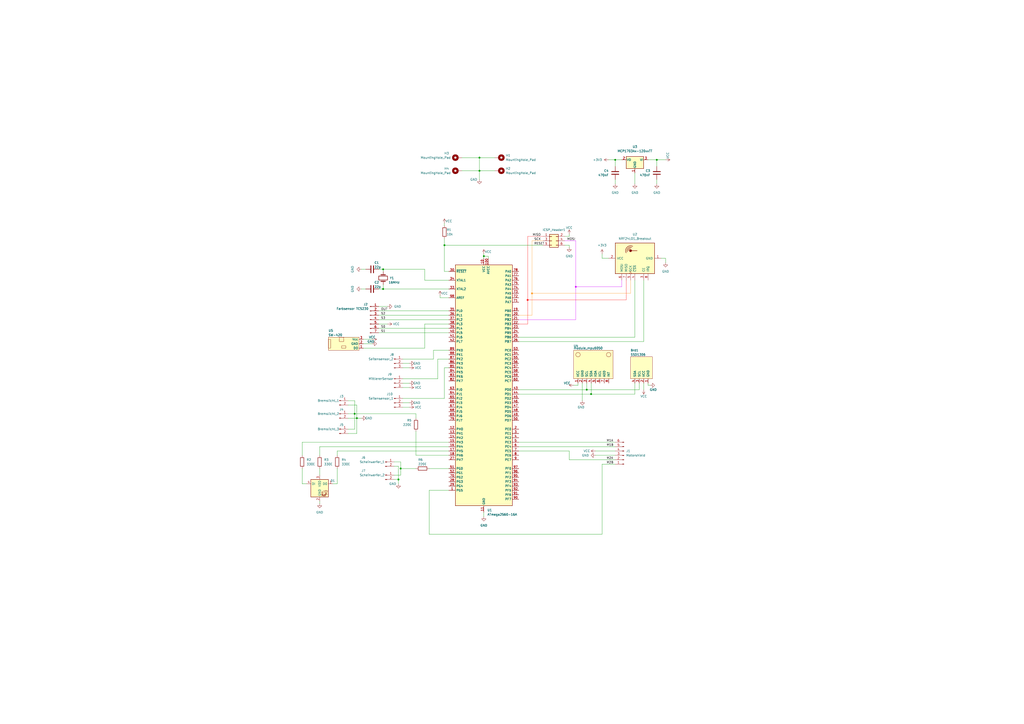
<source format=kicad_sch>
(kicad_sch (version 20211123) (generator eeschema)
  (paper "A2")
  (lib_symbols
    (symbol "Connector:Conn_01x02_Male" (pin_names (offset 1.016) hide)
      (property "Reference" "J" (at 0 2.54 0))
      (property "Value" "Conn_01x02_Male" (at 0 -5.08 0))
      (symbol "Conn_01x02_Male_1_1"
        (polyline (pts (xy 1.27 -2.54) (xy 0.8636 -2.54)) (stroke (width 0.1524)))
        (polyline (pts (xy 1.27 0) (xy 0.8636 0)) (stroke (width 0.1524)))
        (rectangle (start 0.8636 -2.413) (end 0 -2.667) (stroke (width 0.1524)) (fill (type outline)))
        (rectangle (start 0.8636 0.127) (end 0 -0.127) (stroke (width 0.1524)) (fill (type outline)))
        (pin passive line (at 5.08 0 180) (length 3.81) (name "Pin_1") (number "1"))
        (pin passive line (at 5.08 -2.54 180) (length 3.81) (name "Pin_2") (number "2"))
      )
    )
    (symbol "Connector:Conn_01x03_Male" (pin_names (offset 1.016) hide)
      (property "Reference" "J" (at 0 5.08 0))
      (property "Value" "Conn_01x03_Male" (at 0 -5.08 0))
      (symbol "Conn_01x03_Male_1_1"
        (polyline (pts (xy 1.27 -2.54) (xy 0.8636 -2.54)) (stroke (width 0.1524)))
        (polyline (pts (xy 1.27 0) (xy 0.8636 0)) (stroke (width 0.1524)))
        (polyline (pts (xy 1.27 2.54) (xy 0.8636 2.54)) (stroke (width 0.1524)))
        (rectangle (start 0.8636 -2.413) (end 0 -2.667) (stroke (width 0.1524)) (fill (type outline)))
        (rectangle (start 0.8636 0.127) (end 0 -0.127) (stroke (width 0.1524)) (fill (type outline)))
        (rectangle (start 0.8636 2.667) (end 0 2.413) (stroke (width 0.1524)) (fill (type outline)))
        (pin passive line (at 5.08 2.54 180) (length 3.81) (name "Pin_1") (number "1"))
        (pin passive line (at 5.08 0 180) (length 3.81) (name "Pin_2") (number "2"))
        (pin passive line (at 5.08 -2.54 180) (length 3.81) (name "Pin_3") (number "3"))
      )
    )
    (symbol "Connector:Conn_01x06_Male" (pin_names (offset 1.016) hide)
      (property "Reference" "J" (at 0 7.62 0))
      (property "Value" "Conn_01x06_Male" (at 0 -10.16 0))
      (symbol "Conn_01x06_Male_1_1"
        (polyline (pts (xy 1.27 -7.62) (xy 0.8636 -7.62)) (stroke (width 0.1524)))
        (polyline (pts (xy 1.27 -5.08) (xy 0.8636 -5.08)) (stroke (width 0.1524)))
        (polyline (pts (xy 1.27 -2.54) (xy 0.8636 -2.54)) (stroke (width 0.1524)))
        (polyline (pts (xy 1.27 0) (xy 0.8636 0)) (stroke (width 0.1524)))
        (polyline (pts (xy 1.27 2.54) (xy 0.8636 2.54)) (stroke (width 0.1524)))
        (polyline (pts (xy 1.27 5.08) (xy 0.8636 5.08)) (stroke (width 0.1524)))
        (rectangle (start 0.8636 -7.493) (end 0 -7.747) (stroke (width 0.1524)) (fill (type outline)))
        (rectangle (start 0.8636 -4.953) (end 0 -5.207) (stroke (width 0.1524)) (fill (type outline)))
        (rectangle (start 0.8636 -2.413) (end 0 -2.667) (stroke (width 0.1524)) (fill (type outline)))
        (rectangle (start 0.8636 0.127) (end 0 -0.127) (stroke (width 0.1524)) (fill (type outline)))
        (rectangle (start 0.8636 2.667) (end 0 2.413) (stroke (width 0.1524)) (fill (type outline)))
        (rectangle (start 0.8636 5.207) (end 0 4.953) (stroke (width 0.1524)) (fill (type outline)))
        (pin passive line (at 5.08 5.08 180) (length 3.81) (name "Pin_1") (number "1"))
        (pin passive line (at 5.08 2.54 180) (length 3.81) (name "Pin_2") (number "2"))
        (pin passive line (at 5.08 0 180) (length 3.81) (name "Pin_3") (number "3"))
        (pin passive line (at 5.08 -2.54 180) (length 3.81) (name "Pin_4") (number "4"))
        (pin passive line (at 5.08 -5.08 180) (length 3.81) (name "Pin_5") (number "5"))
        (pin passive line (at 5.08 -7.62 180) (length 3.81) (name "Pin_6") (number "6"))
      )
    )
    (symbol "Connector:Conn_01x07_Male" (pin_names (offset 1.016) hide)
      (property "Reference" "J" (at 0 10.16 0))
      (property "Value" "Conn_01x07_Male" (at 0 -10.16 0))
      (symbol "Conn_01x07_Male_1_1"
        (polyline (pts (xy 1.27 -7.62) (xy 0.8636 -7.62)) (stroke (width 0.1524)))
        (polyline (pts (xy 1.27 -5.08) (xy 0.8636 -5.08)) (stroke (width 0.1524)))
        (polyline (pts (xy 1.27 -2.54) (xy 0.8636 -2.54)) (stroke (width 0.1524)))
        (polyline (pts (xy 1.27 0) (xy 0.8636 0)) (stroke (width 0.1524)))
        (polyline (pts (xy 1.27 2.54) (xy 0.8636 2.54)) (stroke (width 0.1524)))
        (polyline (pts (xy 1.27 5.08) (xy 0.8636 5.08)) (stroke (width 0.1524)))
        (polyline (pts (xy 1.27 7.62) (xy 0.8636 7.62)) (stroke (width 0.1524)))
        (rectangle (start 0.8636 -7.493) (end 0 -7.747) (stroke (width 0.1524)) (fill (type outline)))
        (rectangle (start 0.8636 -4.953) (end 0 -5.207) (stroke (width 0.1524)) (fill (type outline)))
        (rectangle (start 0.8636 -2.413) (end 0 -2.667) (stroke (width 0.1524)) (fill (type outline)))
        (rectangle (start 0.8636 0.127) (end 0 -0.127) (stroke (width 0.1524)) (fill (type outline)))
        (rectangle (start 0.8636 2.667) (end 0 2.413) (stroke (width 0.1524)) (fill (type outline)))
        (rectangle (start 0.8636 5.207) (end 0 4.953) (stroke (width 0.1524)) (fill (type outline)))
        (rectangle (start 0.8636 7.747) (end 0 7.493) (stroke (width 0.1524)) (fill (type outline)))
        (pin passive line (at 5.08 7.62 180) (length 3.81) (name "Pin_1") (number "1"))
        (pin passive line (at 5.08 5.08 180) (length 3.81) (name "Pin_2") (number "2"))
        (pin passive line (at 5.08 2.54 180) (length 3.81) (name "Pin_3") (number "3"))
        (pin passive line (at 5.08 0 180) (length 3.81) (name "Pin_4") (number "4"))
        (pin passive line (at 5.08 -2.54 180) (length 3.81) (name "Pin_5") (number "5"))
        (pin passive line (at 5.08 -5.08 180) (length 3.81) (name "Pin_6") (number "6"))
        (pin passive line (at 5.08 -7.62 180) (length 3.81) (name "Pin_7") (number "7"))
      )
    )
    (symbol "Connector_Generic:Conn_02x03_Odd_Even" (pin_names (offset 1.016) hide)
      (property "Reference" "J" (at 1.27 5.08 0))
      (property "Value" "Conn_02x03_Odd_Even" (at 1.27 -5.08 0))
      (symbol "Conn_02x03_Odd_Even_1_1"
        (rectangle (start -1.27 -2.413) (end 0 -2.667) (stroke (width 0.1524)))
        (rectangle (start -1.27 0.127) (end 0 -0.127) (stroke (width 0.1524)))
        (rectangle (start -1.27 2.667) (end 0 2.413) (stroke (width 0.1524)))
        (rectangle (start -1.27 3.81) (end 3.81 -3.81) (stroke (width 0.254)) (fill (type background)))
        (rectangle (start 3.81 -2.413) (end 2.54 -2.667) (stroke (width 0.1524)))
        (rectangle (start 3.81 0.127) (end 2.54 -0.127) (stroke (width 0.1524)))
        (rectangle (start 3.81 2.667) (end 2.54 2.413) (stroke (width 0.1524)))
        (pin passive line (at -5.08 2.54 0) (length 3.81) (name "Pin_1") (number "1"))
        (pin passive line (at 7.62 2.54 180) (length 3.81) (name "Pin_2") (number "2"))
        (pin passive line (at -5.08 0 0) (length 3.81) (name "Pin_3") (number "3"))
        (pin passive line (at 7.62 0 180) (length 3.81) (name "Pin_4") (number "4"))
        (pin passive line (at -5.08 -2.54 0) (length 3.81) (name "Pin_5") (number "5"))
        (pin passive line (at 7.62 -2.54 180) (length 3.81) (name "Pin_6") (number "6"))
      )
    )
    (symbol "Custom_Symbols:SW-420"
      (property "Reference" "U" (at -7.62 6.35 0))
      (property "Value" "SW-420" (at -3.81 3.81 0))
      (symbol "SW-420_0_1"
        (rectangle (start -7.62 0) (end -6.35 -5.08))
        (rectangle (start -7.62 1.27) (end 10.16 -6.35) (fill (type background)))
        (rectangle (start 0 -3.81) (end 2.54 -5.08))
        (rectangle (start 1.27 -1.27) (end -1.27 1.27))
      )
      (symbol "SW-420_1_1"
        (pin input line (at 12.7 -5.08 180) (length 2.54) (name "DO") (number "1"))
        (pin input line (at 12.7 -2.54 180) (length 2.54) (name "GND") (number "2"))
        (pin input line (at 12.7 0 180) (length 2.54) (name "Vcc") (number "3"))
      )
    )
    (symbol "Device:C" (pin_numbers hide) (pin_names (offset 0.254))
      (property "Reference" "C" (at 0.635 2.54 0))
      (property "Value" "C" (at 0.635 -2.54 0))
      (symbol "C_0_1"
        (polyline (pts (xy -2.032 -0.762) (xy 2.032 -0.762)) (stroke (width 0.508)))
        (polyline (pts (xy -2.032 0.762) (xy 2.032 0.762)) (stroke (width 0.508)))
      )
      (symbol "C_1_1"
        (pin passive line (at 0 3.81 270) (length 2.794) (name "~") (number "1"))
        (pin passive line (at 0 -3.81 90) (length 2.794) (name "~") (number "2"))
      )
    )
    (symbol "Device:Crystal" (pin_numbers hide) (pin_names (offset 1.016) hide)
      (property "Reference" "Y" (at 0 3.81 0))
      (property "Value" "Crystal" (at 0 -3.81 0))
      (symbol "Crystal_0_1"
        (rectangle (start -1.143 2.54) (end 1.143 -2.54) (stroke (width 0.3048)))
        (polyline (pts (xy -2.54 0) (xy -1.905 0)))
        (polyline (pts (xy -1.905 -1.27) (xy -1.905 1.27)) (stroke (width 0.508)))
        (polyline (pts (xy 1.905 -1.27) (xy 1.905 1.27)) (stroke (width 0.508)))
        (polyline (pts (xy 2.54 0) (xy 1.905 0)))
      )
      (symbol "Crystal_1_1"
        (pin passive line (at -3.81 0 0) (length 1.27) (name "1") (number "1"))
        (pin passive line (at 3.81 0 180) (length 1.27) (name "2") (number "2"))
      )
    )
    (symbol "Device:R" (pin_numbers hide) (pin_names (offset 0))
      (property "Reference" "R" (at 2.032 0 90))
      (property "Value" "R" (at 0 0 90))
      (symbol "R_0_1"
        (rectangle (start -1.016 -2.54) (end 1.016 2.54) (stroke (width 0.254)))
      )
      (symbol "R_1_1"
        (pin passive line (at 0 3.81 270) (length 1.27) (name "~") (number "1"))
        (pin passive line (at 0 -3.81 90) (length 1.27) (name "~") (number "2"))
      )
    )
    (symbol "LED:APA-106-F5"
      (property "Reference" "D" (at 5.08 5.715 0))
      (property "Value" "APA-106-F5" (at 1.27 -5.715 0))
      (symbol "APA-106-F5_0_0"
        (text "RGB" (at 2.286 -4.191 0) (effects (font (size 0.762 0.762))))
      )
      (symbol "APA-106-F5_0_1"
        (polyline (pts (xy 1.27 -3.556) (xy 1.778 -3.556)))
        (polyline (pts (xy 1.27 -2.54) (xy 1.778 -2.54)))
        (polyline (pts (xy 4.699 -3.556) (xy 2.667 -3.556)))
        (polyline (pts (xy 2.286 -2.54) (xy 1.27 -3.556) (xy 1.27 -3.048)))
        (polyline (pts (xy 2.286 -1.524) (xy 1.27 -2.54) (xy 1.27 -2.032)))
        (polyline (pts (xy 3.683 -1.016) (xy 3.683 -3.556) (xy 3.683 -4.064)))
        (polyline (pts (xy 4.699 -1.524) (xy 2.667 -1.524) (xy 3.683 -3.556) (xy 4.699 -1.524)))
        (rectangle (start 5.08 5.08) (end -5.08 -5.08) (stroke (width 0.254)) (fill (type background)))
      )
      (symbol "APA-106-F5_1_1"
        (pin output line (at 7.62 2.54 180) (length 2.54) (name "DO") (number "1"))
        (pin power_in line (at 0 -7.62 90) (length 2.54) (name "GND") (number "2"))
        (pin power_in line (at 0 7.62 270) (length 2.54) (name "VDD") (number "3"))
        (pin input line (at -7.62 2.54 0) (length 2.54) (name "DI") (number "4"))
      )
    )
    (symbol "MCU_Microchip_ATmega:ATmega2560-16A"
      (property "Reference" "U" (at 0 1.27 0))
      (property "Value" "ATmega2560-16A" (at 0 -1.27 0))
      (symbol "ATmega2560-16A_0_1"
        (rectangle (start -16.51 -69.85) (end 16.51 69.85) (stroke (width 0.254)) (fill (type background)))
      )
      (symbol "ATmega2560-16A_1_1"
        (pin bidirectional line (at -20.32 -60.96 0) (length 3.81) (name "PG5") (number "1"))
        (pin power_in line (at 0 73.66 270) (length 3.81) (name "VCC") (number "10"))
        (pin power_in line (at 2.54 73.66 270) (length 3.81) (name "AVCC") (number "100"))
        (pin power_in line (at 0 -73.66 90) (length 3.81) (name "GND") (number "11"))
        (pin bidirectional line (at -20.32 -25.4 0) (length 3.81) (name "PH0") (number "12"))
        (pin bidirectional line (at -20.32 -27.94 0) (length 3.81) (name "PH1") (number "13"))
        (pin bidirectional line (at -20.32 -30.48 0) (length 3.81) (name "PH2") (number "14"))
        (pin bidirectional line (at -20.32 -33.02 0) (length 3.81) (name "PH3") (number "15"))
        (pin bidirectional line (at -20.32 -35.56 0) (length 3.81) (name "PH4") (number "16"))
        (pin bidirectional line (at -20.32 -38.1 0) (length 3.81) (name "PH5") (number "17"))
        (pin bidirectional line (at -20.32 -40.64 0) (length 3.81) (name "PH6") (number "18"))
        (pin bidirectional line (at 20.32 43.18 180) (length 3.81) (name "PB0") (number "19"))
        (pin bidirectional line (at 20.32 -25.4 180) (length 3.81) (name "PE0") (number "2"))
        (pin bidirectional line (at 20.32 40.64 180) (length 3.81) (name "PB1") (number "20"))
        (pin bidirectional line (at 20.32 38.1 180) (length 3.81) (name "PB2") (number "21"))
        (pin bidirectional line (at 20.32 35.56 180) (length 3.81) (name "PB3") (number "22"))
        (pin bidirectional line (at 20.32 33.02 180) (length 3.81) (name "PB4") (number "23"))
        (pin bidirectional line (at 20.32 30.48 180) (length 3.81) (name "PB5") (number "24"))
        (pin bidirectional line (at 20.32 27.94 180) (length 3.81) (name "PB6") (number "25"))
        (pin bidirectional line (at 20.32 25.4 180) (length 3.81) (name "PB7") (number "26"))
        (pin bidirectional line (at -20.32 -43.18 0) (length 3.81) (name "PH7") (number "27"))
        (pin bidirectional line (at -20.32 -55.88 0) (length 3.81) (name "PG3") (number "28"))
        (pin bidirectional line (at -20.32 -58.42 0) (length 3.81) (name "PG4") (number "29"))
        (pin bidirectional line (at 20.32 -27.94 180) (length 3.81) (name "PE1") (number "3"))
        (pin input line (at -20.32 66.04 0) (length 3.81) (name "~{RESET}") (number "30"))
        (pin passive line (at 0 73.66 270) (length 3.81) hide (name "VCC") (number "31"))
        (pin passive line (at 0 -73.66 90) (length 3.81) hide (name "GND") (number "32"))
        (pin output line (at -20.32 55.88 0) (length 3.81) (name "XTAL2") (number "33"))
        (pin input line (at -20.32 60.96 0) (length 3.81) (name "XTAL1") (number "34"))
        (pin bidirectional line (at -20.32 43.18 0) (length 3.81) (name "PL0") (number "35"))
        (pin bidirectional line (at -20.32 40.64 0) (length 3.81) (name "PL1") (number "36"))
        (pin bidirectional line (at -20.32 38.1 0) (length 3.81) (name "PL2") (number "37"))
        (pin bidirectional line (at -20.32 35.56 0) (length 3.81) (name "PL3") (number "38"))
        (pin bidirectional line (at -20.32 33.02 0) (length 3.81) (name "PL4") (number "39"))
        (pin bidirectional line (at 20.32 -30.48 180) (length 3.81) (name "PE2") (number "4"))
        (pin bidirectional line (at -20.32 30.48 0) (length 3.81) (name "PL5") (number "40"))
        (pin bidirectional line (at -20.32 27.94 0) (length 3.81) (name "PL6") (number "41"))
        (pin bidirectional line (at -20.32 25.4 0) (length 3.81) (name "PL7") (number "42"))
        (pin bidirectional line (at 20.32 -2.54 180) (length 3.81) (name "PD0") (number "43"))
        (pin bidirectional line (at 20.32 -5.08 180) (length 3.81) (name "PD1") (number "44"))
        (pin bidirectional line (at 20.32 -7.62 180) (length 3.81) (name "PD2") (number "45"))
        (pin bidirectional line (at 20.32 -10.16 180) (length 3.81) (name "PD3") (number "46"))
        (pin bidirectional line (at 20.32 -12.7 180) (length 3.81) (name "PD4") (number "47"))
        (pin bidirectional line (at 20.32 -15.24 180) (length 3.81) (name "PD5") (number "48"))
        (pin bidirectional line (at 20.32 -17.78 180) (length 3.81) (name "PD6") (number "49"))
        (pin bidirectional line (at 20.32 -33.02 180) (length 3.81) (name "PE3") (number "5"))
        (pin bidirectional line (at 20.32 -20.32 180) (length 3.81) (name "PD7") (number "50"))
        (pin bidirectional line (at -20.32 -48.26 0) (length 3.81) (name "PG0") (number "51"))
        (pin bidirectional line (at -20.32 -50.8 0) (length 3.81) (name "PG1") (number "52"))
        (pin bidirectional line (at 20.32 20.32 180) (length 3.81) (name "PC0") (number "53"))
        (pin bidirectional line (at 20.32 17.78 180) (length 3.81) (name "PC1") (number "54"))
        (pin bidirectional line (at 20.32 15.24 180) (length 3.81) (name "PC2") (number "55"))
        (pin bidirectional line (at 20.32 12.7 180) (length 3.81) (name "PC3") (number "56"))
        (pin bidirectional line (at 20.32 10.16 180) (length 3.81) (name "PC4") (number "57"))
        (pin bidirectional line (at 20.32 7.62 180) (length 3.81) (name "PC5") (number "58"))
        (pin bidirectional line (at 20.32 5.08 180) (length 3.81) (name "PC6") (number "59"))
        (pin bidirectional line (at 20.32 -35.56 180) (length 3.81) (name "PE4") (number "6"))
        (pin bidirectional line (at 20.32 2.54 180) (length 3.81) (name "PC7") (number "60"))
        (pin passive line (at 0 73.66 270) (length 3.81) hide (name "VCC") (number "61"))
        (pin passive line (at 0 -73.66 90) (length 3.81) hide (name "GND") (number "62"))
        (pin bidirectional line (at -20.32 -2.54 0) (length 3.81) (name "PJ0") (number "63"))
        (pin bidirectional line (at -20.32 -5.08 0) (length 3.81) (name "PJ1") (number "64"))
        (pin bidirectional line (at -20.32 -7.62 0) (length 3.81) (name "PJ2") (number "65"))
        (pin bidirectional line (at -20.32 -10.16 0) (length 3.81) (name "PJ3") (number "66"))
        (pin bidirectional line (at -20.32 -12.7 0) (length 3.81) (name "PJ4") (number "67"))
        (pin bidirectional line (at -20.32 -15.24 0) (length 3.81) (name "PJ5") (number "68"))
        (pin bidirectional line (at -20.32 -17.78 0) (length 3.81) (name "PJ6") (number "69"))
        (pin bidirectional line (at 20.32 -38.1 180) (length 3.81) (name "PE5") (number "7"))
        (pin bidirectional line (at -20.32 -53.34 0) (length 3.81) (name "PG2") (number "70"))
        (pin bidirectional line (at 20.32 48.26 180) (length 3.81) (name "PA7") (number "71"))
        (pin bidirectional line (at 20.32 50.8 180) (length 3.81) (name "PA6") (number "72"))
        (pin bidirectional line (at 20.32 53.34 180) (length 3.81) (name "PA5") (number "73"))
        (pin bidirectional line (at 20.32 55.88 180) (length 3.81) (name "PA4") (number "74"))
        (pin bidirectional line (at 20.32 58.42 180) (length 3.81) (name "PA3") (number "75"))
        (pin bidirectional line (at 20.32 60.96 180) (length 3.81) (name "PA2") (number "76"))
        (pin bidirectional line (at 20.32 63.5 180) (length 3.81) (name "PA1") (number "77"))
        (pin bidirectional line (at 20.32 66.04 180) (length 3.81) (name "PA0") (number "78"))
        (pin bidirectional line (at -20.32 -20.32 0) (length 3.81) (name "PJ7") (number "79"))
        (pin bidirectional line (at 20.32 -40.64 180) (length 3.81) (name "PE6") (number "8"))
        (pin passive line (at 0 73.66 270) (length 3.81) hide (name "VCC") (number "80"))
        (pin passive line (at 0 -73.66 90) (length 3.81) hide (name "GND") (number "81"))
        (pin bidirectional line (at -20.32 2.54 0) (length 3.81) (name "PK7") (number "82"))
        (pin bidirectional line (at -20.32 5.08 0) (length 3.81) (name "PK6") (number "83"))
        (pin bidirectional line (at -20.32 7.62 0) (length 3.81) (name "PK5") (number "84"))
        (pin bidirectional line (at -20.32 10.16 0) (length 3.81) (name "PK4") (number "85"))
        (pin bidirectional line (at -20.32 12.7 0) (length 3.81) (name "PK3") (number "86"))
        (pin bidirectional line (at -20.32 15.24 0) (length 3.81) (name "PK2") (number "87"))
        (pin bidirectional line (at -20.32 17.78 0) (length 3.81) (name "PK1") (number "88"))
        (pin bidirectional line (at -20.32 20.32 0) (length 3.81) (name "PK0") (number "89"))
        (pin bidirectional line (at 20.32 -43.18 180) (length 3.81) (name "PE7") (number "9"))
        (pin bidirectional line (at 20.32 -66.04 180) (length 3.81) (name "PF7") (number "90"))
        (pin bidirectional line (at 20.32 -63.5 180) (length 3.81) (name "PF6") (number "91"))
        (pin bidirectional line (at 20.32 -60.96 180) (length 3.81) (name "PF5") (number "92"))
        (pin bidirectional line (at 20.32 -58.42 180) (length 3.81) (name "PF4") (number "93"))
        (pin bidirectional line (at 20.32 -55.88 180) (length 3.81) (name "PF3") (number "94"))
        (pin bidirectional line (at 20.32 -53.34 180) (length 3.81) (name "PF2") (number "95"))
        (pin bidirectional line (at 20.32 -50.8 180) (length 3.81) (name "PF1") (number "96"))
        (pin bidirectional line (at 20.32 -48.26 180) (length 3.81) (name "PF0") (number "97"))
        (pin passive line (at -20.32 50.8 0) (length 3.81) (name "AREF") (number "98"))
        (pin passive line (at 0 -73.66 90) (length 3.81) hide (name "GND") (number "99"))
      )
    )
    (symbol "Mechanical:MountingHole_Pad" (pin_numbers hide) (pin_names (offset 1.016) hide)
      (property "Reference" "H" (at 0 6.35 0))
      (property "Value" "MountingHole_Pad" (at 0 4.445 0))
      (symbol "MountingHole_Pad_0_1"
        (circle (center 0 1.27) (radius 1.27) (stroke (width 1.27)))
      )
      (symbol "MountingHole_Pad_1_1"
        (pin input line (at 0 -2.54 90) (length 2.54) (name "1") (number "1"))
      )
    )
    (symbol "RF:NRF24L01_Breakout" (pin_names (offset 1.016))
      (property "Reference" "U" (at -8.89 12.7 0))
      (property "Value" "NRF24L01_Breakout" (at 3.81 12.7 0))
      (symbol "NRF24L01_Breakout_0_1"
        (rectangle (start -8.89 11.43) (end 8.89 -11.43) (stroke (width 0.254)) (fill (type background)))
        (polyline (pts (xy 4.445 1.905) (xy 4.445 -1.27)) (stroke (width 0.254)))
        (circle (center 4.445 2.54) (radius 0.635) (stroke (width 0.254)) (fill (type outline)))
        (arc (start 5.715 2.54) (mid 5.3521 3.4546) (end 4.445 3.81) (stroke (width 0.254)))
        (arc (start 6.35 1.905) (mid 5.8763 3.9854) (end 3.81 4.445) (stroke (width 0.254)))
        (arc (start 6.985 1.27) (mid 6.453 4.548) (end 3.175 5.08) (stroke (width 0.254)))
      )
      (symbol "NRF24L01_Breakout_1_1"
        (pin power_in line (at 0 -15.24 90) (length 3.81) (name "GND") (number "1"))
        (pin power_in line (at 0 15.24 270) (length 3.81) (name "VCC") (number "2"))
        (pin input line (at -12.7 -5.08 0) (length 3.81) (name "CE") (number "3"))
        (pin input line (at -12.7 0 0) (length 3.81) (name "~{CSN}") (number "4"))
        (pin input clock (at -12.7 2.54 0) (length 3.81) (name "SCK") (number "5"))
        (pin input line (at -12.7 7.62 0) (length 3.81) (name "MOSI") (number "6"))
        (pin output line (at -12.7 5.08 0) (length 3.81) (name "MISO") (number "7"))
        (pin output line (at -12.7 -7.62 0) (length 3.81) (name "IRQ") (number "8"))
      )
    )
    (symbol "Regulator_Linear:MCP1703Ax-120xxTT" (pin_names (offset 0.254))
      (property "Reference" "U" (at -3.81 3.175 0))
      (property "Value" "MCP1703Ax-120xxTT" (at 0 3.175 0))
      (symbol "MCP1703Ax-120xxTT_0_1"
        (rectangle (start -5.08 -5.08) (end 5.08 1.905) (stroke (width 0.254)) (fill (type background)))
      )
      (symbol "MCP1703Ax-120xxTT_1_1"
        (pin power_in line (at 0 -7.62 90) (length 2.54) (name "GND") (number "1"))
        (pin power_out line (at 7.62 0 180) (length 2.54) (name "VO") (number "2"))
        (pin power_in line (at -7.62 0 0) (length 2.54) (name "VI") (number "3"))
      )
    )
    (symbol "SSD1306-128x64_OLED:SSD1306" (pin_names (offset 1.016))
      (property "Reference" "Brd" (at 0 -3.81 0))
      (property "Value" "SSD1306" (at 0 -1.27 0))
      (symbol "SSD1306_0_1"
        (rectangle (start -6.35 6.35) (end 6.35 -6.35) (fill (type background)))
      )
      (symbol "SSD1306_1_1"
        (pin input line (at -3.81 8.89 270) (length 2.54) (name "GND") (number "1"))
        (pin input line (at -1.27 8.89 270) (length 2.54) (name "VCC") (number "2"))
        (pin input line (at 1.27 8.89 270) (length 2.54) (name "SCL") (number "3"))
        (pin input line (at 3.81 8.89 270) (length 2.54) (name "SDA") (number "4"))
      )
    )
    (symbol "power:+3V3" (power) (pin_names (offset 0))
      (property "Value" "+3V3" (at 0 3.556 0))
      (symbol "+3V3_0_1"
        (polyline (pts (xy -0.762 1.27) (xy 0 2.54)))
        (polyline (pts (xy 0 0) (xy 0 2.54)))
        (polyline (pts (xy 0 2.54) (xy 0.762 1.27)))
      )
      (symbol "+3V3_1_1"
        (pin power_in line (at 0 0 90) (length 0) hide (name "+3V3") (number "1"))
      )
    )
    (symbol "power:GND" (power) (pin_names (offset 0))
      (property "Value" "GND" (at 0 -3.81 0))
      (symbol "GND_0_1"
        (polyline (pts (xy 0 0) (xy 0 -1.27) (xy 1.27 -1.27) (xy 0 -2.54) (xy -1.27 -1.27) (xy 0 -1.27)))
      )
      (symbol "GND_1_1"
        (pin power_in line (at 0 0 270) (length 0) hide (name "GND") (number "1"))
      )
    )
    (symbol "power:VCC" (power) (pin_names (offset 0))
      (property "Value" "VCC" (at 0 3.81 0))
      (symbol "VCC_0_1"
        (polyline (pts (xy -0.762 1.27) (xy 0 2.54)))
        (polyline (pts (xy 0 0) (xy 0 2.54)))
        (polyline (pts (xy 0 2.54) (xy 0.762 1.27)))
      )
      (symbol "VCC_1_1"
        (pin power_in line (at 0 0 90) (length 0) hide (name "VCC") (number "1"))
      )
    )
    (symbol "usini_sensors:module_mpu6050" (pin_names (offset 1.016))
      (property "Reference" "U" (at 2.54 21.59 0))
      (property "Value" "module_mpu6050" (at 11.43 -3.81 0))
      (symbol "module_mpu6050_0_1"
        (rectangle (start 2.54 20.32) (end 19.05 -2.54) (fill (type background)))
        (circle (center 16.51 0) (radius 1.27))
        (circle (center 16.51 17.78) (radius 1.27))
      )
      (symbol "module_mpu6050_1_1"
        (pin input line (at 0 17.78 0) (length 2.54) (name "VCC") (number "1"))
        (pin input line (at 0 15.24 0) (length 2.54) (name "GND") (number "2"))
        (pin input line (at 0 12.7 0) (length 2.54) (name "SCL") (number "3"))
        (pin input line (at 0 10.16 0) (length 2.54) (name "SDA") (number "4"))
        (pin input line (at 0 7.62 0) (length 2.54) (name "XDA") (number "5"))
        (pin input line (at 0 5.08 0) (length 2.54) (name "XCL") (number "6"))
        (pin input line (at 0 2.54 0) (length 2.54) (name "ADD") (number "7"))
        (pin input line (at 0 0 0) (length 2.54) (name "INT") (number "8"))
      )
    )
  )
  (junction (at 280.67 148.59))
  (junction (at 340.36 226.06))
  (junction (at 381 92.71))
  (junction (at 342.9 228.6))
  (junction (at 356.87 92.71))
  (junction (at 205.74 240.03))
  (junction (at 278.13 99.06))
  (junction (at 308.61 170.18) (color 255 156 37 1))
  (junction (at 222.25 167.64))
  (junction (at 231.14 278.13))
  (junction (at 232.41 271.78))
  (junction (at 278.13 91.44))
  (junction (at 334.01 166.37) (color 212 10 255 1))
  (junction (at 306.07 173.99) (color 255 12 14 1))
  (junction (at 257.81 142.24))
  (junction (at 207.01 242.57))
  (junction (at 222.25 156.21))
  (wire (pts (xy 267.97 91.44) (xy 278.13 91.44)))
  (wire (pts (xy 255.27 172.72) (xy 255.27 171.45)))
  (wire (pts (xy 219.71 177.8) (xy 224.79 177.8)))
  (wire (pts (xy 381 104.14) (xy 381 106.68)))
  (wire (pts (xy 257.81 213.36) (xy 260.35 213.36)))
  (wire (pts (xy 381 92.71) (xy 381 96.52)))
  (wire (pts (xy 219.71 182.88) (xy 260.35 182.88)))
  (wire (pts (xy 222.25 157.48) (xy 222.25 156.21)))
  (wire (pts (xy 267.97 99.06) (xy 278.13 99.06)))
  (wire (pts (xy 375.92 223.52) (xy 375.92 222.25)))
  (wire (pts (xy 278.13 99.06) (xy 287.02 99.06)))
  (wire (pts (xy 177.8 280.67) (xy 175.26 280.67)))
  (wire (pts (xy 330.2 143.51) (xy 330.2 142.24)))
  (wire (pts (xy 370.84 226.06) (xy 340.36 226.06)))
  (wire (pts (xy 368.3 222.25) (xy 368.3 228.6)))
  (wire (pts (xy 330.2 137.16) (xy 330.2 135.89)))
  (wire (pts (xy 260.35 172.72) (xy 255.27 172.72)))
  (wire (pts (xy 195.58 264.16) (xy 195.58 261.62)))
  (wire (pts (xy 257.81 129.54) (xy 257.81 130.81)))
  (wire (pts (xy 205.74 240.03) (xy 241.3 240.03)))
  (wire (pts (xy 368.3 100.33) (xy 368.3 106.68)))
  (wire (pts (xy 248.92 309.88) (xy 248.92 284.48)))
  (wire (pts (xy 260.35 162.56) (xy 246.38 162.56)))
  (wire (pts (xy 207.01 251.46) (xy 207.01 242.57)))
  (wire (pts (xy 300.99 182.88) (xy 308.61 182.88)) (stroke (width 0) (color 255 156 37 1)))
  (wire (pts (xy 368.3 228.6) (xy 342.9 228.6)))
  (wire (pts (xy 356.87 269.24) (xy 349.25 269.24)))
  (wire (pts (xy 386.08 152.4) (xy 386.08 149.86)))
  (wire (pts (xy 205.74 232.41) (xy 205.74 240.03)))
  (wire (pts (xy 246.38 156.21) (xy 222.25 156.21)))
  (wire (pts (xy 349.25 309.88) (xy 248.92 309.88)))
  (wire (pts (xy 260.35 256.54) (xy 175.26 256.54)))
  (wire (pts (xy 210.82 196.85) (xy 215.9 196.85)))
  (wire (pts (xy 185.42 271.78) (xy 185.42 275.59)))
  (wire (pts (xy 356.87 96.52) (xy 356.87 92.71)))
  (wire (pts (xy 231.14 278.13) (xy 228.6 278.13)))
  (wire (pts (xy 334.01 139.7) (xy 334.01 166.37)) (stroke (width 0) (color 212 10 255 1)))
  (wire (pts (xy 219.71 167.64) (xy 222.25 167.64)))
  (wire (pts (xy 386.08 92.71) (xy 381 92.71)))
  (wire (pts (xy 349.25 149.86) (xy 353.06 149.86)))
  (wire (pts (xy 207.01 234.95) (xy 207.01 242.57)))
  (wire (pts (xy 201.93 251.46) (xy 207.01 251.46)))
  (wire (pts (xy 201.93 240.03) (xy 205.74 240.03)))
  (wire (pts (xy 185.42 290.83) (xy 185.42 292.1)))
  (wire (pts (xy 201.93 234.95) (xy 207.01 234.95)))
  (wire (pts (xy 356.87 266.7) (xy 330.2 266.7)))
  (wire (pts (xy 368.3 162.56) (xy 368.3 195.58)))
  (wire (pts (xy 340.36 222.25) (xy 340.36 226.06)))
  (wire (pts (xy 360.68 162.56) (xy 360.68 166.37)) (stroke (width 0) (color 212 10 255 1)))
  (wire (pts (xy 363.22 173.99) (xy 306.07 173.99)) (stroke (width 0) (color 255 12 14 1)))
  (wire (pts (xy 306.07 173.99) (xy 306.07 187.96)) (stroke (width 0) (color 255 12 14 1)))
  (wire (pts (xy 342.9 222.25) (xy 342.9 228.6)))
  (wire (pts (xy 219.71 180.34) (xy 260.35 180.34)))
  (wire (pts (xy 381 92.71) (xy 375.92 92.71)))
  (wire (pts (xy 278.13 91.44) (xy 287.02 91.44)))
  (wire (pts (xy 337.82 232.41) (xy 337.82 222.25)))
  (wire (pts (xy 365.76 162.56) (xy 365.76 170.18)) (stroke (width 0) (color 255 156 37 1)))
  (wire (pts (xy 195.58 271.78) (xy 195.58 280.67)))
  (wire (pts (xy 233.68 233.68) (xy 237.49 233.68)))
  (wire (pts (xy 251.46 203.2) (xy 260.35 203.2)))
  (wire (pts (xy 246.38 201.93) (xy 246.38 187.96)))
  (wire (pts (xy 278.13 91.44) (xy 278.13 99.06)))
  (wire (pts (xy 222.25 167.64) (xy 260.35 167.64)))
  (wire (pts (xy 219.71 185.42) (xy 260.35 185.42)))
  (wire (pts (xy 219.71 187.96) (xy 224.79 187.96)))
  (wire (pts (xy 233.68 236.22) (xy 237.49 236.22)))
  (wire (pts (xy 248.92 284.48) (xy 260.35 284.48)))
  (wire (pts (xy 232.41 271.78) (xy 241.3 271.78)))
  (wire (pts (xy 306.07 187.96) (xy 300.99 187.96)) (stroke (width 0) (color 255 12 14 1)))
  (wire (pts (xy 308.61 182.88) (xy 308.61 170.18)) (stroke (width 0) (color 255 156 37 1)))
  (wire (pts (xy 246.38 162.56) (xy 246.38 156.21)))
  (wire (pts (xy 377.19 223.52) (xy 375.92 223.52)))
  (wire (pts (xy 219.71 190.5) (xy 260.35 190.5)))
  (wire (pts (xy 356.87 92.71) (xy 360.68 92.71)))
  (wire (pts (xy 219.71 193.04) (xy 260.35 193.04)))
  (wire (pts (xy 210.82 199.39) (xy 215.9 199.39)))
  (wire (pts (xy 212.09 156.21) (xy 209.55 156.21)))
  (wire (pts (xy 349.25 147.32) (xy 349.25 149.86)))
  (wire (pts (xy 207.01 242.57) (xy 209.55 242.57)))
  (wire (pts (xy 363.22 162.56) (xy 363.22 173.99)) (stroke (width 0) (color 255 12 14 1)))
  (wire (pts (xy 193.04 280.67) (xy 195.58 280.67)))
  (wire (pts (xy 201.93 248.92) (xy 205.74 248.92)))
  (wire (pts (xy 232.41 267.97) (xy 232.41 271.78)))
  (wire (pts (xy 233.68 210.82) (xy 237.49 210.82)))
  (wire (pts (xy 306.07 137.16) (xy 306.07 173.99)) (stroke (width 0) (color 255 12 14 1)))
  (wire (pts (xy 280.67 148.59) (xy 283.21 148.59)))
  (wire (pts (xy 222.25 156.21) (xy 219.71 156.21)))
  (wire (pts (xy 201.93 242.57) (xy 207.01 242.57)))
  (wire (pts (xy 300.99 226.06) (xy 340.36 226.06)))
  (wire (pts (xy 280.67 147.32) (xy 280.67 148.59)))
  (wire (pts (xy 248.92 271.78) (xy 260.35 271.78)))
  (wire (pts (xy 231.14 270.51) (xy 231.14 278.13)))
  (wire (pts (xy 205.74 248.92) (xy 205.74 240.03)))
  (wire (pts (xy 349.25 269.24) (xy 349.25 309.88)))
  (wire (pts (xy 257.81 142.24) (xy 257.81 138.43)))
  (wire (pts (xy 257.81 231.14) (xy 257.81 213.36)))
  (wire (pts (xy 175.26 256.54) (xy 175.26 264.16)))
  (wire (pts (xy 278.13 99.06) (xy 278.13 104.14)))
  (wire (pts (xy 233.68 224.79) (xy 237.49 224.79)))
  (wire (pts (xy 254 208.28) (xy 260.35 208.28)))
  (wire (pts (xy 233.68 219.71) (xy 254 219.71)))
  (wire (pts (xy 232.41 271.78) (xy 232.41 275.59)))
  (wire (pts (xy 280.67 297.18) (xy 280.67 299.72)))
  (wire (pts (xy 356.87 264.16) (xy 345.44 264.16)))
  (wire (pts (xy 360.68 166.37) (xy 334.01 166.37)) (stroke (width 0) (color 212 10 255 1)))
  (wire (pts (xy 314.96 137.16) (xy 306.07 137.16)) (stroke (width 0) (color 255 12 14 1)))
  (wire (pts (xy 373.38 222.25) (xy 373.38 226.06)))
  (wire (pts (xy 175.26 280.67) (xy 175.26 271.78)))
  (wire (pts (xy 330.2 142.24) (xy 327.66 142.24)))
  (wire (pts (xy 201.93 232.41) (xy 205.74 232.41)))
  (wire (pts (xy 386.08 149.86) (xy 383.54 149.86)))
  (wire (pts (xy 283.21 149.86) (xy 283.21 148.59)))
  (wire (pts (xy 300.99 256.54) (xy 356.87 256.54)))
  (wire (pts (xy 260.35 157.48) (xy 257.81 157.48)))
  (wire (pts (xy 335.28 223.52) (xy 335.28 222.25)))
  (wire (pts (xy 212.09 167.64) (xy 209.55 167.64)))
  (wire (pts (xy 254 219.71) (xy 254 208.28)))
  (wire (pts (xy 231.14 278.13) (xy 231.14 280.67)))
  (wire (pts (xy 222.25 167.64) (xy 222.25 165.1)))
  (wire (pts (xy 353.06 92.71) (xy 356.87 92.71)))
  (wire (pts (xy 228.6 270.51) (xy 231.14 270.51)))
  (wire (pts (xy 300.99 259.08) (xy 356.87 259.08)))
  (wire (pts (xy 246.38 187.96) (xy 260.35 187.96)))
  (wire (pts (xy 251.46 208.28) (xy 251.46 203.2)))
  (wire (pts (xy 334.01 166.37) (xy 334.01 185.42)) (stroke (width 0) (color 212 10 255 1)))
  (wire (pts (xy 300.99 228.6) (xy 342.9 228.6)))
  (wire (pts (xy 233.68 222.25) (xy 237.49 222.25)))
  (wire (pts (xy 300.99 185.42) (xy 334.01 185.42)) (stroke (width 0) (color 212 10 255 1)))
  (wire (pts (xy 365.76 170.18) (xy 308.61 170.18)) (stroke (width 0) (color 255 156 37 1)))
  (wire (pts (xy 327.66 137.16) (xy 330.2 137.16)))
  (wire (pts (xy 260.35 259.08) (xy 185.42 259.08)))
  (wire (pts (xy 233.68 213.36) (xy 237.49 213.36)))
  (wire (pts (xy 185.42 259.08) (xy 185.42 264.16)))
  (wire (pts (xy 210.82 201.93) (xy 246.38 201.93)))
  (wire (pts (xy 330.2 261.62) (xy 300.99 261.62)))
  (wire (pts (xy 241.3 242.57) (xy 241.3 240.03)))
  (wire (pts (xy 356.87 104.14) (xy 356.87 106.68)))
  (wire (pts (xy 257.81 157.48) (xy 257.81 142.24)))
  (wire (pts (xy 332.74 223.52) (xy 335.28 223.52)))
  (wire (pts (xy 241.3 264.16) (xy 260.35 264.16)))
  (wire (pts (xy 308.61 139.7) (xy 314.96 139.7)) (stroke (width 0) (color 255 156 37 1)))
  (wire (pts (xy 241.3 250.19) (xy 241.3 264.16)))
  (wire (pts (xy 330.2 266.7) (xy 330.2 261.62)))
  (wire (pts (xy 370.84 222.25) (xy 370.84 226.06)))
  (wire (pts (xy 228.6 267.97) (xy 232.41 267.97)))
  (wire (pts (xy 300.99 195.58) (xy 368.3 195.58)))
  (wire (pts (xy 233.68 231.14) (xy 257.81 231.14)))
  (wire (pts (xy 232.41 275.59) (xy 228.6 275.59)))
  (wire (pts (xy 280.67 148.59) (xy 280.67 149.86)))
  (wire (pts (xy 300.99 198.12) (xy 373.38 198.12)))
  (wire (pts (xy 233.68 208.28) (xy 251.46 208.28)))
  (wire (pts (xy 327.66 139.7) (xy 334.01 139.7)) (stroke (width 0) (color 212 10 255 1)))
  (wire (pts (xy 308.61 170.18) (xy 308.61 139.7)) (stroke (width 0) (color 255 156 37 1)))
  (wire (pts (xy 257.81 142.24) (xy 314.96 142.24)))
  (wire (pts (xy 195.58 261.62) (xy 260.35 261.62)))
  (wire (pts (xy 356.87 261.62) (xy 345.44 261.62)))
  (wire (pts (xy 373.38 162.56) (xy 373.38 198.12)))
  (label "M2B" (at 351.79 269.24 0))
  (label "M1B" (at 351.79 259.08 0))
  (label "S2" (at 220.98 182.88 0))
  (label "MISO" (at 313.69 137.16 180))
  (label "MOSI" (at 328.93 139.7 0))
  (label "S1" (at 220.98 193.04 0))
  (label "SCK" (at 309.88 139.7 0))
  (label "M1A" (at 351.79 256.54 0))
  (label "RESET" (at 309.88 142.24 0))
  (label "M2A" (at 351.79 266.7 0))
  (label "OUT" (at 220.98 180.34 0))
  (label "S0" (at 220.98 190.5 0))
  (label "S3" (at 220.98 185.42 0))
  (symbol (lib_id "SSD1306-128x64_OLED:SSD1306") (at 372.11 213.36 180) (unit 1)
    (property "Reference" "Brd1" (at 365.76 203.2 0) (effects (justify right)))
    (property "Value" "SSD1306" (at 365.76 205.74 0) (effects (justify right)))
    (property "Footprint" "Connector_PinSocket_2.54mm:PinSocket_1x04_P2.54mm_Vertical" (effects hide))
  )
  (symbol (lib_id "RF:NRF24L01_Breakout") (at 368.3 149.86 90) (unit 1)
    (property "Reference" "U2" (at 368.3 135.89 90))
    (property "Value" "NRF24L01_Breakout" (at 368.3 138.43 90))
    (property "Footprint" "RF_Module:nRF24L01_Breakout" (effects hide))
    (property "Datasheet" "http://www.nordicsemi.com/eng/content/download/2730/34105/file/nRF24L01_Product_Specification_v2_0.pdf" (effects hide))
  )
  (symbol (lib_id "power:GND") (at 278.13 104.14 0) (mirror y) (unit 1)
    (property "Reference" "#PWR0135" (effects hide))
    (property "Value" "GND" (at 276.86 104.14 0) (effects (justify left)))
  )
  (symbol (lib_id "Connector:Conn_01x03_Male") (at 228.6 210.82 0) (unit 1)
    (property "Reference" "J8" (at 227.33 205.74 0))
    (property "Value" "Seitensensor_2" (at 220.98 208.28 0))
    (property "Footprint" "Connector_PinHeader_2.54mm:PinHeader_1x03_P2.54mm_Vertical" (effects hide))
  )
  (symbol (lib_id "Regulator_Linear:MCP1703Ax-120xxTT") (at 368.3 92.71 0) (mirror y) (unit 1)
    (property "Reference" "U3" (at 368.3 85.09 0))
    (property "Value" "MCP1703Ax-120xxTT" (at 368.3 87.63 0))
    (property "Footprint" "Package_TO_SOT_SMD:SOT-23" (effects hide))
    (property "Datasheet" "http://ww1.microchip.com/downloads/en/DeviceDoc/20005122B.pdf" (effects hide))
  )
  (symbol (lib_id "power:VCC") (at 224.79 187.96 270) (unit 1)
    (property "Reference" "#PWR0125" (effects hide))
    (property "Value" "VCC" (at 229.87 187.96 90))
  )
  (symbol (lib_id "power:GND") (at 224.79 177.8 90) (unit 1)
    (property "Reference" "#PWR0126" (effects hide))
    (property "Value" "GND" (at 228.6 177.7999 90) (effects (justify right)))
  )
  (symbol (lib_id "power:GND") (at 185.42 292.1 0) (unit 1)
    (property "Reference" "#PWR0109" (effects hide))
    (property "Value" "GND" (at 185.42 297.18 0))
  )
  (symbol (lib_id "Device:R") (at 185.42 267.97 0) (unit 1)
    (property "Reference" "R3" (at 187.96 266.6999 0) (effects (justify left)))
    (property "Value" "330E" (at 187.96 269.24 0) (effects (justify left)))
    (property "Footprint" "Resistor_SMD:R_1206_3216Metric" (effects hide))
  )
  (symbol (lib_id "power:GND") (at 209.55 167.64 270) (unit 1)
    (property "Reference" "#PWR0106" (effects hide))
    (property "Value" "GND" (at 204.47 167.64 0))
  )
  (symbol (lib_id "power:GND") (at 231.14 280.67 0) (mirror y) (unit 1)
    (property "Reference" "#PWR0128" (effects hide))
    (property "Value" "GND" (at 229.87 280.67 0) (effects (justify left)))
  )
  (symbol (lib_id "power:VCC") (at 237.49 224.79 270) (mirror x) (unit 1)
    (property "Reference" "#PWR0132" (effects hide))
    (property "Value" "VCC" (at 242.57 224.79 90))
  )
  (symbol (lib_id "power:VCC") (at 237.49 236.22 270) (mirror x) (unit 1)
    (property "Reference" "#PWR0133" (effects hide))
    (property "Value" "VCC" (at 242.57 236.22 90))
  )
  (symbol (lib_id "power:GND") (at 280.67 299.72 0) (unit 1)
    (property "Reference" "#PWR0102" (effects hide))
    (property "Value" "GND" (at 280.67 304.8 0))
  )
  (symbol (lib_id "Connector:Conn_01x07_Male") (at 214.63 185.42 0) (unit 1)
    (property "Reference" "J2" (at 212.09 176.53 0))
    (property "Value" "Farbsensor TCS230" (at 204.47 179.07 0))
    (property "Footprint" "Connector_PinHeader_2.54mm:PinHeader_1x07_P2.54mm_Vertical" (effects hide))
  )
  (symbol (lib_id "Connector:Conn_01x02_Male") (at 223.52 275.59 0) (unit 1)
    (property "Reference" "J7" (at 210.82 273.05 0))
    (property "Value" "Scheinwerfer_2" (at 215.9 275.59 0))
    (property "Footprint" "Connector_PinHeader_2.54mm:PinHeader_1x02_P2.54mm_Vertical" (effects hide))
  )
  (symbol (lib_id "power:GND") (at 330.2 143.51 0) (unit 1)
    (property "Reference" "#PWR0108" (effects hide))
    (property "Value" "GND" (at 330.2 148.59 0))
  )
  (symbol (lib_id "power:VCC") (at 215.9 196.85 270) (mirror x) (unit 1)
    (property "Reference" "#PWR0124" (effects hide))
    (property "Value" "VCC" (at 215.9 195.58 90))
  )
  (symbol (lib_id "Connector:Conn_01x02_Male") (at 223.52 267.97 0) (unit 1)
    (property "Reference" "J6" (at 210.82 265.43 0))
    (property "Value" "Scheinwerfer_1" (at 215.9 267.97 0))
    (property "Footprint" "Connector_PinHeader_2.54mm:PinHeader_1x02_P2.54mm_Vertical" (effects hide))
  )
  (symbol (lib_id "power:VCC") (at 332.74 223.52 90) (mirror x) (unit 1)
    (property "Reference" "#PWR0117" (effects hide))
    (property "Value" "VCC" (at 328.93 222.25 90))
  )
  (symbol (lib_id "power:VCC") (at 255.27 171.45 0) (unit 1)
    (property "Reference" "#PWR0104" (effects hide))
    (property "Value" "VCC" (at 257.81 170.18 0))
  )
  (symbol (lib_id "power:GND") (at 209.55 156.21 270) (unit 1)
    (property "Reference" "#PWR0105" (effects hide))
    (property "Value" "GND" (at 204.47 156.21 0))
  )
  (symbol (lib_id "Mechanical:MountingHole_Pad") (at 289.56 91.44 270) (unit 1)
    (property "Reference" "H1" (at 293.37 90.1699 90) (effects (justify left)))
    (property "Value" "MountingHole_Pad" (at 293.37 92.7099 90) (effects (justify left)))
    (property "Footprint" "MountingHole:MountingHole_3.2mm_M3_Pad" (effects hide))
  )
  (symbol (lib_id "power:GND") (at 237.49 233.68 90) (mirror x) (unit 1)
    (property "Reference" "#PWR0131" (effects hide))
    (property "Value" "GND" (at 243.84 233.68 90) (effects (justify left)))
  )
  (symbol (lib_id "power:GND") (at 345.44 264.16 270) (unit 1)
    (property "Reference" "#PWR0116" (effects hide))
    (property "Value" "GND" (at 341.63 264.1599 90) (effects (justify right)))
  )
  (symbol (lib_id "Connector_Generic:Conn_02x03_Odd_Even") (at 320.04 139.7 0) (unit 1)
    (property "Reference" "ICSP_Header1" (at 321.31 133.35 0))
    (property "Value" "Conn_02x03_Odd_Even" (effects hide))
    (property "Footprint" "Connector_PinHeader_2.54mm:PinHeader_2x03_P2.54mm_Vertical" (effects hide))
  )
  (symbol (lib_id "power:GND") (at 377.19 223.52 90) (mirror x) (unit 1)
    (property "Reference" "#PWR0122" (effects hide))
    (property "Value" "GND" (at 381 226.06 90) (effects (justify left)))
  )
  (symbol (lib_id "LED:APA-106-F5") (at 185.42 283.21 0) (unit 1)
    (property "Reference" "D1" (at 193.04 278.8793 0))
    (property "Value" "APA-106-F5" (effects hide))
    (property "Footprint" "LED_THT:LED_D5.0mm-4_RGB" (effects hide))
    (property "Datasheet" "https://cdn.sparkfun.com/datasheets/Components/LED/COM-12877.pdf" (effects hide))
  )
  (symbol (lib_id "power:GND") (at 209.55 242.57 90) (mirror x) (unit 1)
    (property "Reference" "#PWR0127" (effects hide))
    (property "Value" "GND" (at 215.9 242.57 90) (effects (justify left)))
  )
  (symbol (lib_id "Connector:Conn_01x02_Male") (at 196.85 232.41 0) (unit 1)
    (property "Reference" "J3" (at 198.12 229.87 0))
    (property "Value" "Bremslicht_1" (at 190.5 232.41 0))
    (property "Footprint" "Connector_PinHeader_2.54mm:PinHeader_1x02_P2.54mm_Vertical" (effects hide))
  )
  (symbol (lib_id "power:VCC") (at 386.08 92.71 270) (mirror x) (unit 1)
    (property "Reference" "#PWR0110" (effects hide))
    (property "Value" "VCC" (at 387.35 90.17 0))
  )
  (symbol (lib_id "power:VCC") (at 280.67 147.32 0) (unit 1)
    (property "Reference" "#PWR0103" (effects hide))
    (property "Value" "VCC" (at 283.21 146.05 0))
  )
  (symbol (lib_id "Device:R") (at 195.58 267.97 0) (unit 1)
    (property "Reference" "R4" (at 198.12 266.6999 0) (effects (justify left)))
    (property "Value" "330E" (at 198.12 269.24 0) (effects (justify left)))
    (property "Footprint" "Resistor_SMD:R_1206_3216Metric" (effects hide))
  )
  (symbol (lib_id "power:VCC") (at 330.2 135.89 0) (unit 1)
    (property "Reference" "#PWR0107" (effects hide))
    (property "Value" "VCC" (at 330.2 132.08 0))
  )
  (symbol (lib_id "Connector:Conn_01x03_Male") (at 228.6 233.68 0) (unit 1)
    (property "Reference" "J10" (at 226.06 228.6 0))
    (property "Value" "Seitensensor_1" (at 220.98 231.14 0))
    (property "Footprint" "Connector_PinHeader_2.54mm:PinHeader_1x03_P2.54mm_Vertical" (effects hide))
  )
  (symbol (lib_id "power:+3V3") (at 349.25 147.32 0) (unit 1)
    (property "Reference" "#PWR0119" (effects hide))
    (property "Value" "+3V3" (at 349.25 142.24 0))
  )
  (symbol (lib_id "power:GND") (at 237.49 210.82 90) (mirror x) (unit 1)
    (property "Reference" "#PWR0130" (effects hide))
    (property "Value" "GND" (at 243.84 210.82 90) (effects (justify left)))
  )
  (symbol (lib_id "usini_sensors:module_mpu6050") (at 353.06 222.25 90) (unit 1)
    (property "Reference" "U4" (at 332.74 200.66 90) (effects (justify right)))
    (property "Value" "module_mpu6050" (at 332.74 201.93 90) (effects (justify right)))
    (property "Footprint" "usini_sensors:module_mpu6050" (effects hide))
  )
  (symbol (lib_id "power:GND") (at 237.49 222.25 90) (mirror x) (unit 1)
    (property "Reference" "#PWR0134" (effects hide))
    (property "Value" "GND" (at 243.84 222.25 90) (effects (justify left)))
  )
  (symbol (lib_id "Device:R") (at 245.11 271.78 270) (unit 1)
    (property "Reference" "R6" (at 242.57 266.7 90) (effects (justify left)))
    (property "Value" "220E" (at 242.57 269.24 90) (effects (justify left)))
    (property "Footprint" "Resistor_SMD:R_1206_3216Metric" (effects hide))
  )
  (symbol (lib_id "Device:R") (at 175.26 267.97 0) (unit 1)
    (property "Reference" "R2" (at 177.8 266.6999 0) (effects (justify left)))
    (property "Value" "330E" (at 177.8 269.24 0) (effects (justify left)))
    (property "Footprint" "Resistor_SMD:R_1206_3216Metric" (effects hide))
  )
  (symbol (lib_id "Mechanical:MountingHole_Pad") (at 265.43 99.06 90) (unit 1)
    (property "Reference" "H4" (at 259.08 97.79 90))
    (property "Value" "MountingHole_Pad" (at 252.73 100.33 90))
    (property "Footprint" "MountingHole:MountingHole_3.2mm_M3_Pad" (effects hide))
  )
  (symbol (lib_id "Connector:Conn_01x06_Male") (at 361.95 264.16 180) (unit 1)
    (property "Reference" "J1" (at 363.22 261.6199 0) (effects (justify right)))
    (property "Value" "Motorshield" (at 363.22 264.1599 0) (effects (justify right)))
    (property "Footprint" "Connector_PinHeader_2.54mm:PinHeader_1x06_P2.54mm_Vertical" (effects hide))
  )
  (symbol (lib_id "power:VCC") (at 257.81 129.54 0) (unit 1)
    (property "Reference" "#PWR0101" (effects hide))
    (property "Value" "VCC" (at 260.35 128.27 0))
  )
  (symbol (lib_id "power:GND") (at 215.9 199.39 90) (mirror x) (unit 1)
    (property "Reference" "#PWR0123" (effects hide))
    (property "Value" "GND" (at 217.17 198.12 90) (effects (justify left)))
  )
  (symbol (lib_id "Device:C") (at 381 100.33 0) (mirror y) (unit 1)
    (property "Reference" "C3" (at 377.19 99.0599 0) (effects (justify left)))
    (property "Value" "470nF" (at 377.19 101.5999 0) (effects (justify left)))
    (property "Footprint" "Capacitor_SMD:C_1206_3216Metric" (effects hide))
  )
  (symbol (lib_id "Device:R") (at 257.81 134.62 180) (unit 1)
    (property "Reference" "R1" (at 259.08 133.35 0) (effects (justify right)))
    (property "Value" "10k" (at 259.08 135.89 0) (effects (justify right)))
    (property "Footprint" "Resistor_SMD:R_1206_3216Metric" (effects hide))
  )
  (symbol (lib_id "Device:C") (at 356.87 100.33 0) (mirror y) (unit 1)
    (property "Reference" "C4" (at 353.06 99.0599 0) (effects (justify left)))
    (property "Value" "470nF" (at 353.06 101.5999 0) (effects (justify left)))
    (property "Footprint" "Capacitor_SMD:C_1206_3216Metric" (effects hide))
  )
  (symbol (lib_id "power:VCC") (at 237.49 213.36 270) (mirror x) (unit 1)
    (property "Reference" "#PWR0129" (effects hide))
    (property "Value" "VCC" (at 242.57 213.36 90))
  )
  (symbol (lib_id "Mechanical:MountingHole_Pad") (at 289.56 99.06 270) (unit 1)
    (property "Reference" "H2" (at 293.37 97.7899 90) (effects (justify left)))
    (property "Value" "MountingHole_Pad" (at 293.37 100.3299 90) (effects (justify left)))
    (property "Footprint" "MountingHole:MountingHole_3.2mm_M3_Pad" (effects hide))
  )
  (symbol (lib_id "Connector:Conn_01x02_Male") (at 196.85 240.03 0) (unit 1)
    (property "Reference" "J4" (at 198.12 237.49 0))
    (property "Value" "Bremslicht_2" (at 190.5 240.03 0))
    (property "Footprint" "Connector_PinHeader_2.54mm:PinHeader_1x02_P2.54mm_Vertical" (effects hide))
  )
  (symbol (lib_id "power:GND") (at 337.82 232.41 0) (mirror y) (unit 1)
    (property "Reference" "#PWR0120" (effects hide))
    (property "Value" "GND" (at 339.09 236.22 0) (effects (justify left)))
  )
  (symbol (lib_id "Mechanical:MountingHole_Pad") (at 265.43 91.44 90) (unit 1)
    (property "Reference" "H3" (at 259.08 88.9 90))
    (property "Value" "MountingHole_Pad" (at 252.73 91.44 90))
    (property "Footprint" "MountingHole:MountingHole_3.2mm_M3_Pad" (effects hide))
  )
  (symbol (lib_id "power:GND") (at 356.87 106.68 0) (mirror y) (unit 1)
    (property "Reference" "#PWR0113" (effects hide))
    (property "Value" "GND" (at 356.87 111.76 0))
  )
  (symbol (lib_id "MCU_Microchip_ATmega:ATmega2560-16A") (at 280.67 223.52 0) (unit 1)
    (property "Reference" "U1" (at 282.6894 295.91 0) (effects (justify left)))
    (property "Value" "ATmega2560-16A" (at 282.6894 298.45 0) (effects (justify left)))
    (property "Footprint" "Package_QFP:TQFP-100_14x14mm_P0.5mm" (effects hide))
    (property "Datasheet" "http://ww1.microchip.com/downloads/en/DeviceDoc/Atmel-2549-8-bit-AVR-Microcontroller-ATmega640-1280-1281-2560-2561_datasheet.pdf" (effects hide))
  )
  (symbol (lib_id "power:GND") (at 368.3 106.68 0) (mirror y) (unit 1)
    (property "Reference" "#PWR0111" (effects hide))
    (property "Value" "GND" (at 368.3 111.76 0))
  )
  (symbol (lib_id "power:VCC") (at 373.38 226.06 0) (mirror x) (unit 1)
    (property "Reference" "#PWR0121" (effects hide))
    (property "Value" "VCC" (at 373.38 229.87 0))
  )
  (symbol (lib_id "Device:C") (at 215.9 167.64 270) (unit 1)
    (property "Reference" "C2" (at 217.17 163.83 90) (effects (justify left)))
    (property "Value" "22p" (at 217.17 166.37 90) (effects (justify left)))
    (property "Footprint" "Capacitor_SMD:C_1206_3216Metric" (effects hide))
  )
  (symbol (lib_id "power:GND") (at 381 106.68 0) (mirror y) (unit 1)
    (property "Reference" "#PWR0112" (effects hide))
    (property "Value" "GND" (at 381 111.76 0))
  )
  (symbol (lib_id "Connector:Conn_01x03_Male") (at 228.6 222.25 0) (unit 1)
    (property "Reference" "J9" (at 226.06 217.17 0))
    (property "Value" "MittlererSensor" (at 220.98 219.71 0))
    (property "Footprint" "Connector_PinHeader_2.54mm:PinHeader_1x03_P2.54mm_Vertical" (effects hide))
  )
  (symbol (lib_id "Device:R") (at 241.3 246.38 180) (unit 1)
    (property "Reference" "R5" (at 238.76 243.84 0) (effects (justify left)))
    (property "Value" "220E" (at 238.76 246.38 0) (effects (justify left)))
    (property "Footprint" "Resistor_SMD:R_1206_3216Metric" (effects hide))
  )
  (symbol (lib_id "Custom_Symbols:SW-420") (at 198.12 196.85 0) (unit 1)
    (property "Reference" "U5" (at 190.5 191.77 0) (effects (justify left)))
    (property "Value" "SW-420" (at 190.5 194.31 0) (effects (justify left)))
    (property "Footprint" "CustomFootprints:SW-420" (effects hide))
  )
  (symbol (lib_id "power:VCC") (at 345.44 261.62 90) (unit 1)
    (property "Reference" "#PWR0118" (effects hide))
    (property "Value" "VCC" (at 340.36 261.62 90))
  )
  (symbol (lib_id "Device:C") (at 215.9 156.21 270) (unit 1)
    (property "Reference" "C1" (at 217.17 152.4 90) (effects (justify left)))
    (property "Value" "22p" (at 217.17 154.94 90) (effects (justify left)))
    (property "Footprint" "Capacitor_SMD:C_1206_3216Metric" (effects hide))
  )
  (symbol (lib_id "power:GND") (at 386.08 152.4 0) (mirror y) (unit 1)
    (property "Reference" "#PWR0115" (effects hide))
    (property "Value" "GND" (at 386.08 157.48 0))
  )
  (symbol (lib_id "power:+3V3") (at 353.06 92.71 90) (unit 1)
    (property "Reference" "#PWR0114" (effects hide))
    (property "Value" "+3V3" (at 349.25 92.7099 90) (effects (justify left)))
  )
  (symbol (lib_id "Connector:Conn_01x02_Male") (at 196.85 248.92 0) (unit 1)
    (property "Reference" "J5" (at 198.12 246.38 0))
    (property "Value" "Bremslicht_3" (at 190.5 248.92 0))
    (property "Footprint" "Connector_PinHeader_2.54mm:PinHeader_1x02_P2.54mm_Vertical" (effects hide))
  )
  (symbol (lib_id "Device:Crystal") (at 222.25 161.29 90) (unit 1)
    (property "Reference" "Y1" (at 227.33 161.29 90))
    (property "Value" "16MHz" (at 228.6 163.83 90))
    (property "Footprint" "Crystal:Crystal_HC49-4H_Vertical" (effects hide))
  )
)
</source>
